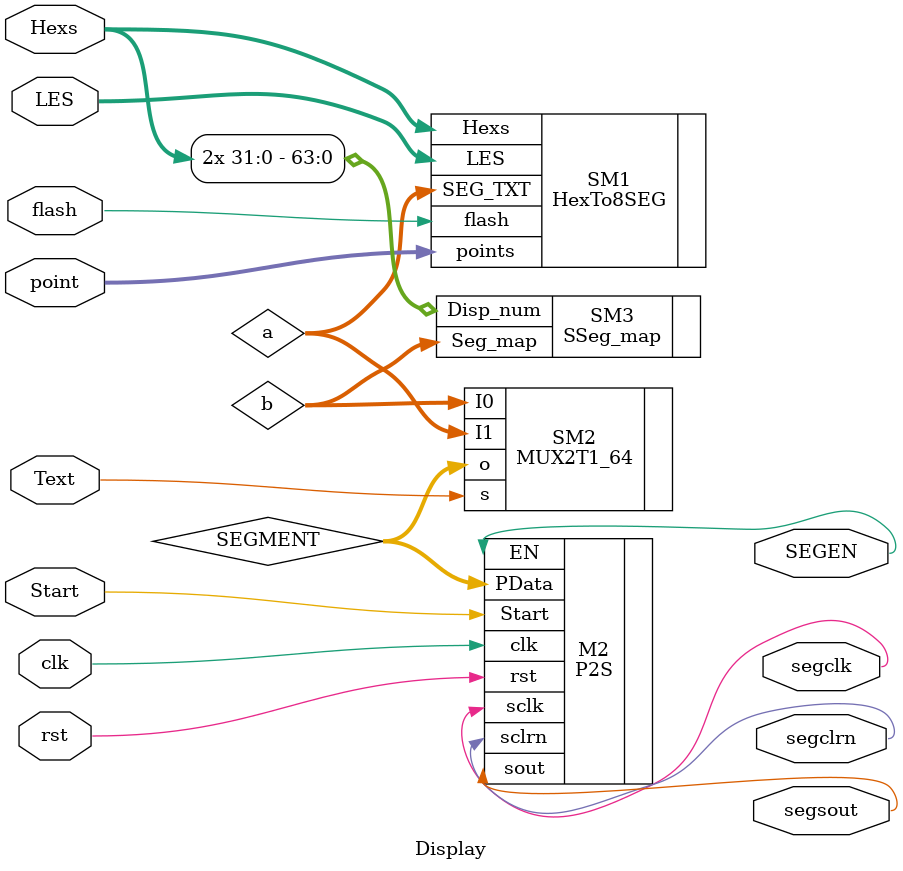
<source format=v>
`timescale 1ns / 1ps
module Display(input clk,
			   input rst,
			   input Start,
			   input Text,
			   input flash,
			   input [31:0]Hexs,
			   input [7:0]point,
			   input [7:0]LES,
			   output segclk,
			   output segsout,
			   output SEGEN,
			   output segclrn
);
	wire [63:0]a;
	wire [63:0]b;
	wire [63:0]SEGMENT;
	HexTo8SEG SM1(.flash(flash),
				  .Hexs(Hexs[31:0]),
				  .points(point[7:0]),
				  .LES(LES[7:0]),
				  .SEG_TXT(a[63:0]));
	SSeg_map SM3(.Disp_num({2{Hexs[31:0]}}),
				 .Seg_map(b[63:0]));
	MUX2T1_64 SM2(.I0(b[63:0]),.I1(a[63:0]),.s(Text),.o(SEGMENT[63:0]));
	
	P2S #(.DATA_BITS(64), .DATA_COUNT_BITS(6), .DIR(1))
		M2(.clk(clk),
		   .rst(rst),
		   .Start(Start),
		   .PData(SEGMENT[63:0]),
		   .sclk(segclk),
		   .sout(segsout),
		   .EN(SEGEN),
		   .sclrn(segclrn));
endmodule

</source>
